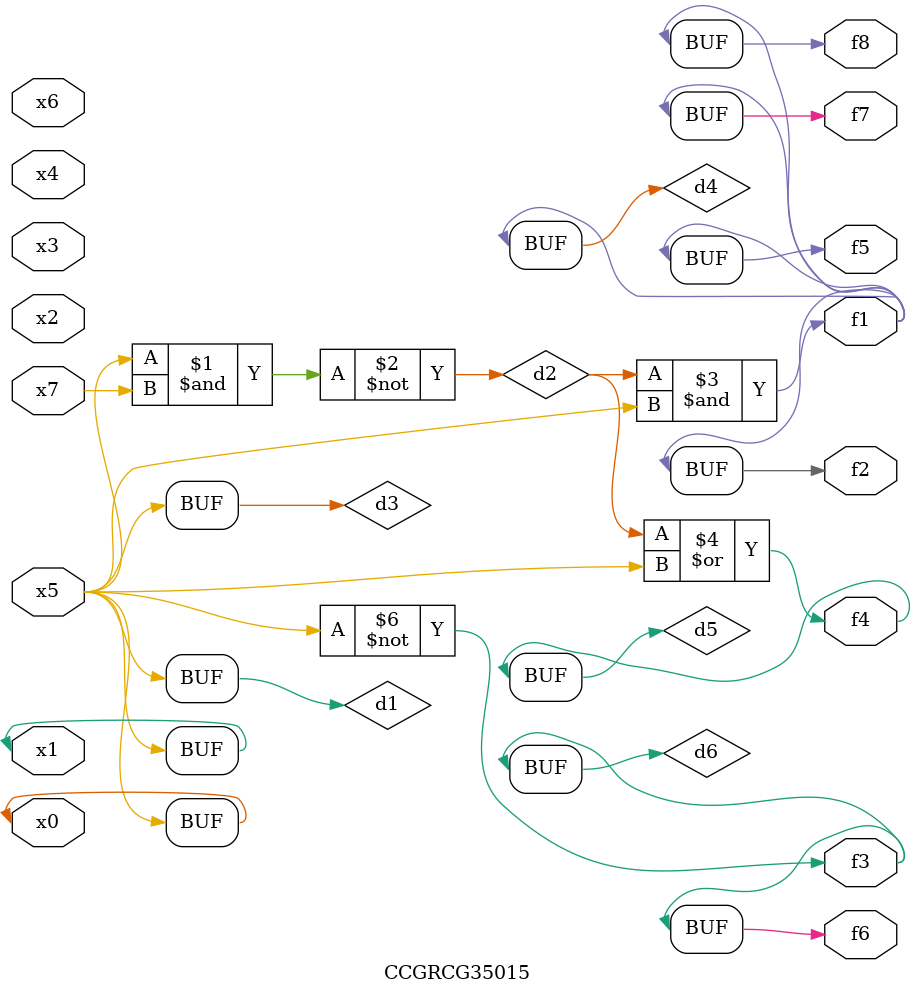
<source format=v>
module CCGRCG35015(
	input x0, x1, x2, x3, x4, x5, x6, x7,
	output f1, f2, f3, f4, f5, f6, f7, f8
);

	wire d1, d2, d3, d4, d5, d6;

	buf (d1, x0, x5);
	nand (d2, x5, x7);
	buf (d3, x0, x1);
	and (d4, d2, d3);
	or (d5, d2, d3);
	nor (d6, d1, d3);
	assign f1 = d4;
	assign f2 = d4;
	assign f3 = d6;
	assign f4 = d5;
	assign f5 = d4;
	assign f6 = d6;
	assign f7 = d4;
	assign f8 = d4;
endmodule

</source>
